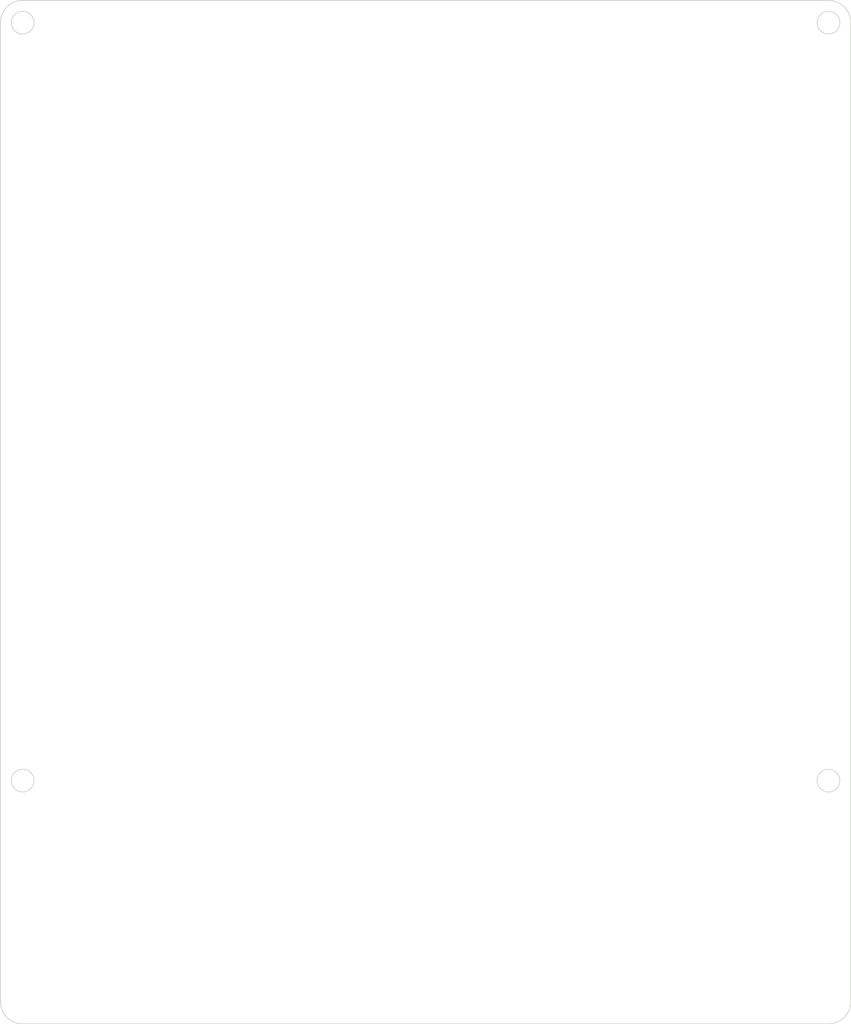
<source format=kicad_pcb>
(kicad_pcb (version 20221018) (generator pcbnew)

  (general
    (thickness 1.6)
  )

  (paper "A4")
  (layers
    (0 "F.Cu" signal)
    (31 "B.Cu" signal)
    (32 "B.Adhes" user "B.Adhesive")
    (33 "F.Adhes" user "F.Adhesive")
    (34 "B.Paste" user)
    (35 "F.Paste" user)
    (36 "B.SilkS" user "B.Silkscreen")
    (37 "F.SilkS" user "F.Silkscreen")
    (38 "B.Mask" user)
    (39 "F.Mask" user)
    (40 "Dwgs.User" user "User.Drawings")
    (41 "Cmts.User" user "User.Comments")
    (42 "Eco1.User" user "User.Eco1")
    (43 "Eco2.User" user "User.Eco2")
    (44 "Edge.Cuts" user)
    (45 "Margin" user)
    (46 "B.CrtYd" user "B.Courtyard")
    (47 "F.CrtYd" user "F.Courtyard")
    (48 "B.Fab" user)
    (49 "F.Fab" user)
    (50 "User.1" user)
    (51 "User.2" user)
    (52 "User.3" user)
    (53 "User.4" user)
    (54 "User.5" user)
    (55 "User.6" user)
    (56 "User.7" user)
    (57 "User.8" user)
    (58 "User.9" user)
  )

  (setup
    (pad_to_mask_clearance 0)
    (pcbplotparams
      (layerselection 0x00010fc_ffffffff)
      (plot_on_all_layers_selection 0x0000000_00000000)
      (disableapertmacros false)
      (usegerberextensions false)
      (usegerberattributes true)
      (usegerberadvancedattributes true)
      (creategerberjobfile true)
      (dashed_line_dash_ratio 12.000000)
      (dashed_line_gap_ratio 3.000000)
      (svgprecision 4)
      (plotframeref false)
      (viasonmask false)
      (mode 1)
      (useauxorigin false)
      (hpglpennumber 1)
      (hpglpenspeed 20)
      (hpglpendiameter 15.000000)
      (dxfpolygonmode true)
      (dxfimperialunits true)
      (dxfusepcbnewfont true)
      (psnegative false)
      (psa4output false)
      (plotreference true)
      (plotvalue true)
      (plotinvisibletext false)
      (sketchpadsonfab false)
      (subtractmaskfromsilk false)
      (outputformat 1)
      (mirror false)
      (drillshape 1)
      (scaleselection 1)
      (outputdirectory "")
    )
  )

  (net 0 "")

  (gr_line (start 89.11 135.62) (end 86.72843 134.245)
    (stroke (width 0.1) (type solid)) (layer "Dwgs.User") (tstamp 0eb48951-0201-4213-b898-ac807f79c8d6))
  (gr_line (start 190.99157 37.995) (end 188.61 36.62)
    (stroke (width 0.1) (type solid)) (layer "Dwgs.User") (tstamp 11ee5fb7-1592-41d8-99a1-98659fab968f))
  (gr_line (start 86.72843 131.495) (end 89.11 130.12)
    (stroke (width 0.1) (type solid)) (layer "Dwgs.User") (tstamp 159a142d-bde9-43f2-8756-dd67eb63ae14))
  (gr_line (start 86.72843 37.995) (end 86.72843 40.745)
    (stroke (width 0.1) (type solid)) (layer "Dwgs.User") (tstamp 18ed48b6-3db6-4326-abe6-180a55db4a83))
  (gr_line (start 186.22843 37.995) (end 186.22843 40.745)
    (stroke (width 0.1) (type solid)) (layer "Dwgs.User") (tstamp 1f7cfe39-f5b2-4b05-8f5a-9bf836d321f6))
  (gr_line (start 188.61 135.62) (end 186.22843 134.245)
    (stroke (width 0.1) (type solid)) (layer "Dwgs.User") (tstamp 307c1523-55e9-45de-91f4-549e259c2890))
  (gr_line (start 89.11 36.62) (end 86.72843 37.995)
    (stroke (width 0.1) (type solid)) (layer "Dwgs.User") (tstamp 32df16ca-0499-4dde-861d-101baecd041f))
  (gr_line (start 86.72843 134.245) (end 86.72843 131.495)
    (stroke (width 0.1) (type solid)) (layer "Dwgs.User") (tstamp 473c3649-5ab4-4286-a942-47f570630ae9))
  (gr_line (start 86.72843 40.745) (end 89.11 42.12)
    (stroke (width 0.1) (type solid)) (layer "Dwgs.User") (tstamp 4795abe9-f920-49f1-a6b7-2f017a99021e))
  (gr_line (start 188.61 36.62) (end 186.22843 37.995)
    (stroke (width 0.1) (type solid)) (layer "Dwgs.User") (tstamp 4a40449c-518b-49d6-a357-e76814fb6058))
  (gr_line (start 188.61 130.12) (end 190.99157 131.495)
    (stroke (width 0.1) (type solid)) (layer "Dwgs.User") (tstamp 4e62b913-b28d-4b18-8a0b-7128f1e17db4))
  (gr_line (start 89.11 130.12) (end 91.49157 131.495)
    (stroke (width 0.1) (type solid)) (layer "Dwgs.User") (tstamp 5a2a091d-9081-4323-ad87-6ea9bd2ba883))
  (gr_line (start 91.49157 131.495) (end 91.49157 134.245)
    (stroke (width 0.1) (type solid)) (layer "Dwgs.User") (tstamp 66f70b46-8583-4bb3-8d17-7a4aefeeebfe))
  (gr_line (start 188.61 42.12) (end 190.99157 40.745)
    (stroke (width 0.1) (type solid)) (layer "Dwgs.User") (tstamp 6f77f9f1-838e-4b4e-be86-6c5afc210a4c))
  (gr_line (start 89.11 42.12) (end 91.49157 40.745)
    (stroke (width 0.1) (type solid)) (layer "Dwgs.User") (tstamp 74da4fbf-5744-4982-8e87-5b201b427d77))
  (gr_line (start 190.99157 131.495) (end 190.99157 134.245)
    (stroke (width 0.1) (type solid)) (layer "Dwgs.User") (tstamp 9a4f8c20-5a4b-4da5-9c53-539adc1abddc))
  (gr_line (start 190.99157 134.245) (end 188.61 135.62)
    (stroke (width 0.1) (type solid)) (layer "Dwgs.User") (tstamp b564ca98-a247-457d-8364-97c77b874cf9))
  (gr_line (start 186.22843 134.245) (end 186.22843 131.495)
    (stroke (width 0.1) (type solid)) (layer "Dwgs.User") (tstamp c5fcd863-c6c8-44f2-9bf6-0fce954358ff))
  (gr_line (start 91.49157 37.995) (end 89.11 36.62)
    (stroke (width 0.1) (type solid)) (layer "Dwgs.User") (tstamp d7f4051b-8b7a-4926-b679-032ed9ac9856))
  (gr_line (start 91.49157 40.745) (end 91.49157 37.995)
    (stroke (width 0.1) (type solid)) (layer "Dwgs.User") (tstamp da303808-bc9c-4313-b3ae-da9227660700))
  (gr_line (start 186.22843 131.495) (end 188.61 130.12)
    (stroke (width 0.1) (type solid)) (layer "Dwgs.User") (tstamp df1ef058-eba6-4c22-a70e-33fc26f74f9b))
  (gr_line (start 91.49157 134.245) (end 89.11 135.62)
    (stroke (width 0.1) (type solid)) (layer "Dwgs.User") (tstamp e9068796-e5d0-46e8-835e-3196bc008ddb))
  (gr_line (start 186.22843 40.745) (end 188.61 42.12)
    (stroke (width 0.1) (type solid)) (layer "Dwgs.User") (tstamp f1aaa53d-3966-4e7a-a417-d1ffbfde31fc))
  (gr_line (start 190.99157 40.745) (end 190.99157 37.995)
    (stroke (width 0.1) (type solid)) (layer "Dwgs.User") (tstamp fe03772e-e180-48d0-9d21-44d3acc273c1))
  (gr_line (start 188.61 36.62) (end 89.11 36.62)
    (stroke (width 0.1) (type solid)) (layer "Edge.Cuts") (tstamp 188eaa78-db39-4166-a115-60d8d957b2b8))
  (gr_arc (start 188.61 36.62) (mid 190.554544 37.425456) (end 191.36 39.37)
    (stroke (width 0.1) (type solid)) (layer "Edge.Cuts") (tstamp 2d740a09-1ec3-45c2-90d8-163f895d7813))
  (gr_circle (center 188.61 39.37) (end 190.01 39.37)
    (stroke (width 0.1) (type solid)) (fill none) (layer "Edge.Cuts") (tstamp 3908592c-1b6e-448f-b56f-a1f63d75bba0))
  (gr_circle (center 89.11 39.37) (end 90.51 39.37)
    (stroke (width 0.1) (type solid)) (fill none) (layer "Edge.Cuts") (tstamp 3a6d52b1-b3b7-437a-b4a1-7a8c16c33c36))
  (gr_line (start 89.11 162.87) (end 188.61 162.87)
    (stroke (width 0.1) (type solid)) (layer "Edge.Cuts") (tstamp 5c71d608-ed81-4838-bb10-5900324f6fd1))
  (gr_line (start 86.36 39.37) (end 86.36 160.12)
    (stroke (width 0.1) (type solid)) (layer "Edge.Cuts") (tstamp 735a3591-c568-454c-8a4a-3e467870b1c4))
  (gr_circle (center 89.11 132.87) (end 90.51 132.87)
    (stroke (width 0.1) (type solid)) (fill none) (layer "Edge.Cuts") (tstamp 8c54d26f-9408-49b7-b4a2-bd827afbf5e0))
  (gr_arc (start 86.36 39.37) (mid 87.165456 37.425456) (end 89.11 36.62)
    (stroke (width 0.1) (type solid)) (layer "Edge.Cuts") (tstamp c34833d9-a61a-4994-a35c-2a46d3afafaf))
  (gr_line (start 191.36 160.12) (end 191.36 39.37)
    (stroke (width 0.1) (type solid)) (layer "Edge.Cuts") (tstamp cb7ed114-c570-481f-b970-de7d1301c85b))
  (gr_arc (start 89.11 162.87) (mid 87.165456 162.064544) (end 86.36 160.12)
    (stroke (width 0.1) (type solid)) (layer "Edge.Cuts") (tstamp d71fd005-5c1b-4f42-8a7a-e239f130e7ca))
  (gr_circle (center 188.61 132.87) (end 190.01 132.87)
    (stroke (width 0.1) (type solid)) (fill none) (layer "Edge.Cuts") (tstamp efeb16ca-1fd2-4a73-8e88-c2b31025c386))
  (gr_arc (start 191.36 160.12) (mid 190.554544 162.064544) (end 188.61 162.87)
    (stroke (width 0.1) (type solid)) (layer "Edge.Cuts") (tstamp f7ae9525-d097-42eb-b94a-1b8d58f254ff))

)

</source>
